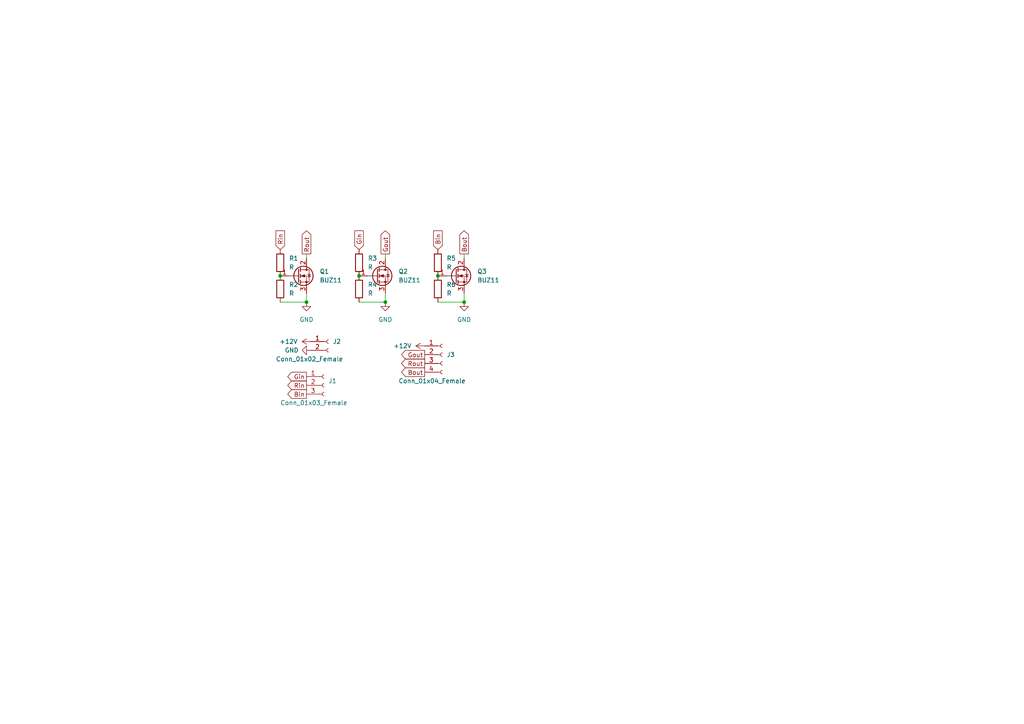
<source format=kicad_sch>
(kicad_sch (version 20211123) (generator eeschema)

  (uuid e63e39d7-6ac0-4ffd-8aa3-1841a4541b55)

  (paper "A4")

  (lib_symbols
    (symbol "Connector:Conn_01x02_Female" (pin_names (offset 1.016) hide) (in_bom yes) (on_board yes)
      (property "Reference" "J" (id 0) (at 0 2.54 0)
        (effects (font (size 1.27 1.27)))
      )
      (property "Value" "Conn_01x02_Female" (id 1) (at 0 -5.08 0)
        (effects (font (size 1.27 1.27)))
      )
      (property "Footprint" "" (id 2) (at 0 0 0)
        (effects (font (size 1.27 1.27)) hide)
      )
      (property "Datasheet" "~" (id 3) (at 0 0 0)
        (effects (font (size 1.27 1.27)) hide)
      )
      (property "ki_keywords" "connector" (id 4) (at 0 0 0)
        (effects (font (size 1.27 1.27)) hide)
      )
      (property "ki_description" "Generic connector, single row, 01x02, script generated (kicad-library-utils/schlib/autogen/connector/)" (id 5) (at 0 0 0)
        (effects (font (size 1.27 1.27)) hide)
      )
      (property "ki_fp_filters" "Connector*:*_1x??_*" (id 6) (at 0 0 0)
        (effects (font (size 1.27 1.27)) hide)
      )
      (symbol "Conn_01x02_Female_1_1"
        (arc (start 0 -2.032) (mid -0.508 -2.54) (end 0 -3.048)
          (stroke (width 0.1524) (type default) (color 0 0 0 0))
          (fill (type none))
        )
        (polyline
          (pts
            (xy -1.27 -2.54)
            (xy -0.508 -2.54)
          )
          (stroke (width 0.1524) (type default) (color 0 0 0 0))
          (fill (type none))
        )
        (polyline
          (pts
            (xy -1.27 0)
            (xy -0.508 0)
          )
          (stroke (width 0.1524) (type default) (color 0 0 0 0))
          (fill (type none))
        )
        (arc (start 0 0.508) (mid -0.508 0) (end 0 -0.508)
          (stroke (width 0.1524) (type default) (color 0 0 0 0))
          (fill (type none))
        )
        (pin passive line (at -5.08 0 0) (length 3.81)
          (name "Pin_1" (effects (font (size 1.27 1.27))))
          (number "1" (effects (font (size 1.27 1.27))))
        )
        (pin passive line (at -5.08 -2.54 0) (length 3.81)
          (name "Pin_2" (effects (font (size 1.27 1.27))))
          (number "2" (effects (font (size 1.27 1.27))))
        )
      )
    )
    (symbol "Connector:Conn_01x03_Female" (pin_names (offset 1.016) hide) (in_bom yes) (on_board yes)
      (property "Reference" "J" (id 0) (at 0 5.08 0)
        (effects (font (size 1.27 1.27)))
      )
      (property "Value" "Conn_01x03_Female" (id 1) (at 0 -5.08 0)
        (effects (font (size 1.27 1.27)))
      )
      (property "Footprint" "" (id 2) (at 0 0 0)
        (effects (font (size 1.27 1.27)) hide)
      )
      (property "Datasheet" "~" (id 3) (at 0 0 0)
        (effects (font (size 1.27 1.27)) hide)
      )
      (property "ki_keywords" "connector" (id 4) (at 0 0 0)
        (effects (font (size 1.27 1.27)) hide)
      )
      (property "ki_description" "Generic connector, single row, 01x03, script generated (kicad-library-utils/schlib/autogen/connector/)" (id 5) (at 0 0 0)
        (effects (font (size 1.27 1.27)) hide)
      )
      (property "ki_fp_filters" "Connector*:*_1x??_*" (id 6) (at 0 0 0)
        (effects (font (size 1.27 1.27)) hide)
      )
      (symbol "Conn_01x03_Female_1_1"
        (arc (start 0 -2.032) (mid -0.508 -2.54) (end 0 -3.048)
          (stroke (width 0.1524) (type default) (color 0 0 0 0))
          (fill (type none))
        )
        (polyline
          (pts
            (xy -1.27 -2.54)
            (xy -0.508 -2.54)
          )
          (stroke (width 0.1524) (type default) (color 0 0 0 0))
          (fill (type none))
        )
        (polyline
          (pts
            (xy -1.27 0)
            (xy -0.508 0)
          )
          (stroke (width 0.1524) (type default) (color 0 0 0 0))
          (fill (type none))
        )
        (polyline
          (pts
            (xy -1.27 2.54)
            (xy -0.508 2.54)
          )
          (stroke (width 0.1524) (type default) (color 0 0 0 0))
          (fill (type none))
        )
        (arc (start 0 0.508) (mid -0.508 0) (end 0 -0.508)
          (stroke (width 0.1524) (type default) (color 0 0 0 0))
          (fill (type none))
        )
        (arc (start 0 3.048) (mid -0.508 2.54) (end 0 2.032)
          (stroke (width 0.1524) (type default) (color 0 0 0 0))
          (fill (type none))
        )
        (pin passive line (at -5.08 2.54 0) (length 3.81)
          (name "Pin_1" (effects (font (size 1.27 1.27))))
          (number "1" (effects (font (size 1.27 1.27))))
        )
        (pin passive line (at -5.08 0 0) (length 3.81)
          (name "Pin_2" (effects (font (size 1.27 1.27))))
          (number "2" (effects (font (size 1.27 1.27))))
        )
        (pin passive line (at -5.08 -2.54 0) (length 3.81)
          (name "Pin_3" (effects (font (size 1.27 1.27))))
          (number "3" (effects (font (size 1.27 1.27))))
        )
      )
    )
    (symbol "Connector:Conn_01x04_Female" (pin_names (offset 1.016) hide) (in_bom yes) (on_board yes)
      (property "Reference" "J" (id 0) (at 0 5.08 0)
        (effects (font (size 1.27 1.27)))
      )
      (property "Value" "Conn_01x04_Female" (id 1) (at 0 -7.62 0)
        (effects (font (size 1.27 1.27)))
      )
      (property "Footprint" "" (id 2) (at 0 0 0)
        (effects (font (size 1.27 1.27)) hide)
      )
      (property "Datasheet" "~" (id 3) (at 0 0 0)
        (effects (font (size 1.27 1.27)) hide)
      )
      (property "ki_keywords" "connector" (id 4) (at 0 0 0)
        (effects (font (size 1.27 1.27)) hide)
      )
      (property "ki_description" "Generic connector, single row, 01x04, script generated (kicad-library-utils/schlib/autogen/connector/)" (id 5) (at 0 0 0)
        (effects (font (size 1.27 1.27)) hide)
      )
      (property "ki_fp_filters" "Connector*:*_1x??_*" (id 6) (at 0 0 0)
        (effects (font (size 1.27 1.27)) hide)
      )
      (symbol "Conn_01x04_Female_1_1"
        (arc (start 0 -4.572) (mid -0.508 -5.08) (end 0 -5.588)
          (stroke (width 0.1524) (type default) (color 0 0 0 0))
          (fill (type none))
        )
        (arc (start 0 -2.032) (mid -0.508 -2.54) (end 0 -3.048)
          (stroke (width 0.1524) (type default) (color 0 0 0 0))
          (fill (type none))
        )
        (polyline
          (pts
            (xy -1.27 -5.08)
            (xy -0.508 -5.08)
          )
          (stroke (width 0.1524) (type default) (color 0 0 0 0))
          (fill (type none))
        )
        (polyline
          (pts
            (xy -1.27 -2.54)
            (xy -0.508 -2.54)
          )
          (stroke (width 0.1524) (type default) (color 0 0 0 0))
          (fill (type none))
        )
        (polyline
          (pts
            (xy -1.27 0)
            (xy -0.508 0)
          )
          (stroke (width 0.1524) (type default) (color 0 0 0 0))
          (fill (type none))
        )
        (polyline
          (pts
            (xy -1.27 2.54)
            (xy -0.508 2.54)
          )
          (stroke (width 0.1524) (type default) (color 0 0 0 0))
          (fill (type none))
        )
        (arc (start 0 0.508) (mid -0.508 0) (end 0 -0.508)
          (stroke (width 0.1524) (type default) (color 0 0 0 0))
          (fill (type none))
        )
        (arc (start 0 3.048) (mid -0.508 2.54) (end 0 2.032)
          (stroke (width 0.1524) (type default) (color 0 0 0 0))
          (fill (type none))
        )
        (pin passive line (at -5.08 2.54 0) (length 3.81)
          (name "Pin_1" (effects (font (size 1.27 1.27))))
          (number "1" (effects (font (size 1.27 1.27))))
        )
        (pin passive line (at -5.08 0 0) (length 3.81)
          (name "Pin_2" (effects (font (size 1.27 1.27))))
          (number "2" (effects (font (size 1.27 1.27))))
        )
        (pin passive line (at -5.08 -2.54 0) (length 3.81)
          (name "Pin_3" (effects (font (size 1.27 1.27))))
          (number "3" (effects (font (size 1.27 1.27))))
        )
        (pin passive line (at -5.08 -5.08 0) (length 3.81)
          (name "Pin_4" (effects (font (size 1.27 1.27))))
          (number "4" (effects (font (size 1.27 1.27))))
        )
      )
    )
    (symbol "Device:R" (pin_numbers hide) (pin_names (offset 0)) (in_bom yes) (on_board yes)
      (property "Reference" "R" (id 0) (at 2.032 0 90)
        (effects (font (size 1.27 1.27)))
      )
      (property "Value" "R" (id 1) (at 0 0 90)
        (effects (font (size 1.27 1.27)))
      )
      (property "Footprint" "" (id 2) (at -1.778 0 90)
        (effects (font (size 1.27 1.27)) hide)
      )
      (property "Datasheet" "~" (id 3) (at 0 0 0)
        (effects (font (size 1.27 1.27)) hide)
      )
      (property "ki_keywords" "R res resistor" (id 4) (at 0 0 0)
        (effects (font (size 1.27 1.27)) hide)
      )
      (property "ki_description" "Resistor" (id 5) (at 0 0 0)
        (effects (font (size 1.27 1.27)) hide)
      )
      (property "ki_fp_filters" "R_*" (id 6) (at 0 0 0)
        (effects (font (size 1.27 1.27)) hide)
      )
      (symbol "R_0_1"
        (rectangle (start -1.016 -2.54) (end 1.016 2.54)
          (stroke (width 0.254) (type default) (color 0 0 0 0))
          (fill (type none))
        )
      )
      (symbol "R_1_1"
        (pin passive line (at 0 3.81 270) (length 1.27)
          (name "~" (effects (font (size 1.27 1.27))))
          (number "1" (effects (font (size 1.27 1.27))))
        )
        (pin passive line (at 0 -3.81 90) (length 1.27)
          (name "~" (effects (font (size 1.27 1.27))))
          (number "2" (effects (font (size 1.27 1.27))))
        )
      )
    )
    (symbol "Transistor_FET:BUZ11" (pin_names hide) (in_bom yes) (on_board yes)
      (property "Reference" "Q" (id 0) (at 6.35 1.905 0)
        (effects (font (size 1.27 1.27)) (justify left))
      )
      (property "Value" "BUZ11" (id 1) (at 6.35 0 0)
        (effects (font (size 1.27 1.27)) (justify left))
      )
      (property "Footprint" "Package_TO_SOT_THT:TO-220-3_Vertical" (id 2) (at 6.35 -1.905 0)
        (effects (font (size 1.27 1.27) italic) (justify left) hide)
      )
      (property "Datasheet" "https://media.digikey.com/pdf/Data%20Sheets/Fairchild%20PDFs/BUZ11.pdf" (id 3) (at 0 0 0)
        (effects (font (size 1.27 1.27)) (justify left) hide)
      )
      (property "ki_keywords" "N-Channel Power MOSFET" (id 4) (at 0 0 0)
        (effects (font (size 1.27 1.27)) hide)
      )
      (property "ki_description" "30A Id, 50V Vds, N-Channel Power MOSFET, TO-220" (id 5) (at 0 0 0)
        (effects (font (size 1.27 1.27)) hide)
      )
      (property "ki_fp_filters" "TO?220*" (id 6) (at 0 0 0)
        (effects (font (size 1.27 1.27)) hide)
      )
      (symbol "BUZ11_0_1"
        (polyline
          (pts
            (xy 0.254 0)
            (xy -2.54 0)
          )
          (stroke (width 0) (type default) (color 0 0 0 0))
          (fill (type none))
        )
        (polyline
          (pts
            (xy 0.254 1.905)
            (xy 0.254 -1.905)
          )
          (stroke (width 0.254) (type default) (color 0 0 0 0))
          (fill (type none))
        )
        (polyline
          (pts
            (xy 0.762 -1.27)
            (xy 0.762 -2.286)
          )
          (stroke (width 0.254) (type default) (color 0 0 0 0))
          (fill (type none))
        )
        (polyline
          (pts
            (xy 0.762 0.508)
            (xy 0.762 -0.508)
          )
          (stroke (width 0.254) (type default) (color 0 0 0 0))
          (fill (type none))
        )
        (polyline
          (pts
            (xy 0.762 2.286)
            (xy 0.762 1.27)
          )
          (stroke (width 0.254) (type default) (color 0 0 0 0))
          (fill (type none))
        )
        (polyline
          (pts
            (xy 2.54 2.54)
            (xy 2.54 1.778)
          )
          (stroke (width 0) (type default) (color 0 0 0 0))
          (fill (type none))
        )
        (polyline
          (pts
            (xy 2.54 -2.54)
            (xy 2.54 0)
            (xy 0.762 0)
          )
          (stroke (width 0) (type default) (color 0 0 0 0))
          (fill (type none))
        )
        (polyline
          (pts
            (xy 0.762 -1.778)
            (xy 3.302 -1.778)
            (xy 3.302 1.778)
            (xy 0.762 1.778)
          )
          (stroke (width 0) (type default) (color 0 0 0 0))
          (fill (type none))
        )
        (polyline
          (pts
            (xy 1.016 0)
            (xy 2.032 0.381)
            (xy 2.032 -0.381)
            (xy 1.016 0)
          )
          (stroke (width 0) (type default) (color 0 0 0 0))
          (fill (type outline))
        )
        (polyline
          (pts
            (xy 2.794 0.508)
            (xy 2.921 0.381)
            (xy 3.683 0.381)
            (xy 3.81 0.254)
          )
          (stroke (width 0) (type default) (color 0 0 0 0))
          (fill (type none))
        )
        (polyline
          (pts
            (xy 3.302 0.381)
            (xy 2.921 -0.254)
            (xy 3.683 -0.254)
            (xy 3.302 0.381)
          )
          (stroke (width 0) (type default) (color 0 0 0 0))
          (fill (type none))
        )
        (circle (center 1.651 0) (radius 2.794)
          (stroke (width 0.254) (type default) (color 0 0 0 0))
          (fill (type none))
        )
        (circle (center 2.54 -1.778) (radius 0.254)
          (stroke (width 0) (type default) (color 0 0 0 0))
          (fill (type outline))
        )
        (circle (center 2.54 1.778) (radius 0.254)
          (stroke (width 0) (type default) (color 0 0 0 0))
          (fill (type outline))
        )
      )
      (symbol "BUZ11_1_1"
        (pin input line (at -5.08 0 0) (length 2.54)
          (name "G" (effects (font (size 1.27 1.27))))
          (number "1" (effects (font (size 1.27 1.27))))
        )
        (pin passive line (at 2.54 5.08 270) (length 2.54)
          (name "D" (effects (font (size 1.27 1.27))))
          (number "2" (effects (font (size 1.27 1.27))))
        )
        (pin passive line (at 2.54 -5.08 90) (length 2.54)
          (name "S" (effects (font (size 1.27 1.27))))
          (number "3" (effects (font (size 1.27 1.27))))
        )
      )
    )
    (symbol "power:+12V" (power) (pin_names (offset 0)) (in_bom yes) (on_board yes)
      (property "Reference" "#PWR" (id 0) (at 0 -3.81 0)
        (effects (font (size 1.27 1.27)) hide)
      )
      (property "Value" "+12V" (id 1) (at 0 3.556 0)
        (effects (font (size 1.27 1.27)))
      )
      (property "Footprint" "" (id 2) (at 0 0 0)
        (effects (font (size 1.27 1.27)) hide)
      )
      (property "Datasheet" "" (id 3) (at 0 0 0)
        (effects (font (size 1.27 1.27)) hide)
      )
      (property "ki_keywords" "power-flag" (id 4) (at 0 0 0)
        (effects (font (size 1.27 1.27)) hide)
      )
      (property "ki_description" "Power symbol creates a global label with name \"+12V\"" (id 5) (at 0 0 0)
        (effects (font (size 1.27 1.27)) hide)
      )
      (symbol "+12V_0_1"
        (polyline
          (pts
            (xy -0.762 1.27)
            (xy 0 2.54)
          )
          (stroke (width 0) (type default) (color 0 0 0 0))
          (fill (type none))
        )
        (polyline
          (pts
            (xy 0 0)
            (xy 0 2.54)
          )
          (stroke (width 0) (type default) (color 0 0 0 0))
          (fill (type none))
        )
        (polyline
          (pts
            (xy 0 2.54)
            (xy 0.762 1.27)
          )
          (stroke (width 0) (type default) (color 0 0 0 0))
          (fill (type none))
        )
      )
      (symbol "+12V_1_1"
        (pin power_in line (at 0 0 90) (length 0) hide
          (name "+12V" (effects (font (size 1.27 1.27))))
          (number "1" (effects (font (size 1.27 1.27))))
        )
      )
    )
    (symbol "power:GND" (power) (pin_names (offset 0)) (in_bom yes) (on_board yes)
      (property "Reference" "#PWR" (id 0) (at 0 -6.35 0)
        (effects (font (size 1.27 1.27)) hide)
      )
      (property "Value" "GND" (id 1) (at 0 -3.81 0)
        (effects (font (size 1.27 1.27)))
      )
      (property "Footprint" "" (id 2) (at 0 0 0)
        (effects (font (size 1.27 1.27)) hide)
      )
      (property "Datasheet" "" (id 3) (at 0 0 0)
        (effects (font (size 1.27 1.27)) hide)
      )
      (property "ki_keywords" "power-flag" (id 4) (at 0 0 0)
        (effects (font (size 1.27 1.27)) hide)
      )
      (property "ki_description" "Power symbol creates a global label with name \"GND\" , ground" (id 5) (at 0 0 0)
        (effects (font (size 1.27 1.27)) hide)
      )
      (symbol "GND_0_1"
        (polyline
          (pts
            (xy 0 0)
            (xy 0 -1.27)
            (xy 1.27 -1.27)
            (xy 0 -2.54)
            (xy -1.27 -1.27)
            (xy 0 -1.27)
          )
          (stroke (width 0) (type default) (color 0 0 0 0))
          (fill (type none))
        )
      )
      (symbol "GND_1_1"
        (pin power_in line (at 0 0 270) (length 0) hide
          (name "GND" (effects (font (size 1.27 1.27))))
          (number "1" (effects (font (size 1.27 1.27))))
        )
      )
    )
  )


  (junction (at 88.9 87.63) (diameter 0) (color 0 0 0 0)
    (uuid 0461e4c0-bd9e-4764-88f9-855af7b71c56)
  )
  (junction (at 127 80.01) (diameter 0) (color 0 0 0 0)
    (uuid 2164a504-0a78-4830-9495-d22747cceecd)
  )
  (junction (at 134.62 87.63) (diameter 0) (color 0 0 0 0)
    (uuid 24bd586a-829a-40ac-b56a-11246cefbefb)
  )
  (junction (at 104.14 80.01) (diameter 0) (color 0 0 0 0)
    (uuid 37988345-b77e-4b0f-a8e4-d2c6c089eb48)
  )
  (junction (at 81.28 80.01) (diameter 0) (color 0 0 0 0)
    (uuid 60d26db4-b138-46b0-b681-4276ebd1d4cf)
  )
  (junction (at 111.76 87.63) (diameter 0) (color 0 0 0 0)
    (uuid 9bd5f81f-c490-45d8-a723-aec44afe60f3)
  )

  (wire (pts (xy 134.62 85.09) (xy 134.62 87.63))
    (stroke (width 0) (type default) (color 0 0 0 0))
    (uuid 01ebbe10-e6c6-4a31-9859-1172e54c7325)
  )
  (wire (pts (xy 88.9 85.09) (xy 88.9 87.63))
    (stroke (width 0) (type default) (color 0 0 0 0))
    (uuid 2bfd0b58-86e5-4f6e-9ee2-57cf0fdc87a5)
  )
  (wire (pts (xy 88.9 73.66) (xy 88.9 74.93))
    (stroke (width 0) (type default) (color 0 0 0 0))
    (uuid 2c7fbdbf-c3ea-4503-b987-581e8c491fc9)
  )
  (wire (pts (xy 134.62 73.66) (xy 134.62 74.93))
    (stroke (width 0) (type default) (color 0 0 0 0))
    (uuid 367a67f4-bf56-496f-94a4-6dcc8461de28)
  )
  (wire (pts (xy 111.76 85.09) (xy 111.76 87.63))
    (stroke (width 0) (type default) (color 0 0 0 0))
    (uuid 5717eda8-3bb7-48df-b5ac-18c446adb27e)
  )
  (wire (pts (xy 104.14 87.63) (xy 111.76 87.63))
    (stroke (width 0) (type default) (color 0 0 0 0))
    (uuid 6868bdbd-f2b2-497e-a2c0-7176947f5b8a)
  )
  (wire (pts (xy 111.76 73.66) (xy 111.76 74.93))
    (stroke (width 0) (type default) (color 0 0 0 0))
    (uuid bcc6e8fc-7186-4e7e-95eb-fbee26d7e563)
  )
  (wire (pts (xy 127 87.63) (xy 134.62 87.63))
    (stroke (width 0) (type default) (color 0 0 0 0))
    (uuid c703dcf5-f805-4efd-8144-bd4e79b2e38e)
  )
  (wire (pts (xy 81.28 87.63) (xy 88.9 87.63))
    (stroke (width 0) (type default) (color 0 0 0 0))
    (uuid ecae09b9-3f5b-4de9-b4ca-13626ad4de37)
  )

  (global_label "Bin" (shape input) (at 127 72.39 90) (fields_autoplaced)
    (effects (font (size 1.27 1.27)) (justify left))
    (uuid 144ba131-3c54-4037-8848-1c342632c417)
    (property "Intersheet References" "${INTERSHEET_REFS}" (id 0) (at 126.9206 66.9531 90)
      (effects (font (size 1.27 1.27)) (justify left) hide)
    )
  )
  (global_label "Gout" (shape output) (at 123.19 102.87 180) (fields_autoplaced)
    (effects (font (size 1.27 1.27)) (justify right))
    (uuid 1c2bfeab-5c40-4738-bf17-43b1e045bdd9)
    (property "Intersheet References" "${INTERSHEET_REFS}" (id 0) (at 116.4831 102.9494 0)
      (effects (font (size 1.27 1.27)) (justify right) hide)
    )
  )
  (global_label "Gin" (shape output) (at 88.9 109.22 180) (fields_autoplaced)
    (effects (font (size 1.27 1.27)) (justify right))
    (uuid 30cbb229-0971-4d37-ad38-378f4acb03dd)
    (property "Intersheet References" "${INTERSHEET_REFS}" (id 0) (at 83.4631 109.1406 0)
      (effects (font (size 1.27 1.27)) (justify right) hide)
    )
  )
  (global_label "Bout" (shape output) (at 134.62 73.66 90) (fields_autoplaced)
    (effects (font (size 1.27 1.27)) (justify left))
    (uuid 3c95975d-30a9-4f60-be86-55e8be2baa75)
    (property "Intersheet References" "${INTERSHEET_REFS}" (id 0) (at 134.5406 66.9531 90)
      (effects (font (size 1.27 1.27)) (justify left) hide)
    )
  )
  (global_label "Rout" (shape output) (at 123.19 105.41 180) (fields_autoplaced)
    (effects (font (size 1.27 1.27)) (justify right))
    (uuid 4127a9eb-a58d-42c6-a566-4bdc12dde51c)
    (property "Intersheet References" "${INTERSHEET_REFS}" (id 0) (at 116.4831 105.4894 0)
      (effects (font (size 1.27 1.27)) (justify right) hide)
    )
  )
  (global_label "Gin" (shape input) (at 104.14 72.39 90) (fields_autoplaced)
    (effects (font (size 1.27 1.27)) (justify left))
    (uuid 58999911-e734-4e95-97a6-15ab3caf021c)
    (property "Intersheet References" "${INTERSHEET_REFS}" (id 0) (at 104.0606 66.9531 90)
      (effects (font (size 1.27 1.27)) (justify left) hide)
    )
  )
  (global_label "Bin" (shape output) (at 88.9 114.3 180) (fields_autoplaced)
    (effects (font (size 1.27 1.27)) (justify right))
    (uuid 664ce347-7b57-4335-8e7b-72feb160178f)
    (property "Intersheet References" "${INTERSHEET_REFS}" (id 0) (at 83.4631 114.2206 0)
      (effects (font (size 1.27 1.27)) (justify right) hide)
    )
  )
  (global_label "Rin" (shape input) (at 81.28 72.39 90) (fields_autoplaced)
    (effects (font (size 1.27 1.27)) (justify left))
    (uuid a5c8611d-96af-4758-9681-1dc52d00b35f)
    (property "Intersheet References" "${INTERSHEET_REFS}" (id 0) (at 81.3594 66.9531 90)
      (effects (font (size 1.27 1.27)) (justify left) hide)
    )
  )
  (global_label "Bout" (shape output) (at 123.19 107.95 180) (fields_autoplaced)
    (effects (font (size 1.27 1.27)) (justify right))
    (uuid b8f887c7-4829-48e7-a4c5-c0d2057ca85e)
    (property "Intersheet References" "${INTERSHEET_REFS}" (id 0) (at 116.4831 108.0294 0)
      (effects (font (size 1.27 1.27)) (justify right) hide)
    )
  )
  (global_label "Rout" (shape output) (at 88.9 73.66 90) (fields_autoplaced)
    (effects (font (size 1.27 1.27)) (justify left))
    (uuid e36430b4-af75-4d20-bdf1-46d042913458)
    (property "Intersheet References" "${INTERSHEET_REFS}" (id 0) (at 88.8206 66.9531 90)
      (effects (font (size 1.27 1.27)) (justify left) hide)
    )
  )
  (global_label "Rin" (shape output) (at 88.9 111.76 180) (fields_autoplaced)
    (effects (font (size 1.27 1.27)) (justify right))
    (uuid f07d0ccf-31d7-45b6-9241-6513028d66c7)
    (property "Intersheet References" "${INTERSHEET_REFS}" (id 0) (at 83.4631 111.6806 0)
      (effects (font (size 1.27 1.27)) (justify right) hide)
    )
  )
  (global_label "Gout" (shape output) (at 111.76 73.66 90) (fields_autoplaced)
    (effects (font (size 1.27 1.27)) (justify left))
    (uuid fc374fdc-3f2d-4746-8074-e289be5a5792)
    (property "Intersheet References" "${INTERSHEET_REFS}" (id 0) (at 111.6806 66.9531 90)
      (effects (font (size 1.27 1.27)) (justify left) hide)
    )
  )

  (symbol (lib_id "power:+12V") (at 90.17 99.06 90) (unit 1)
    (in_bom yes) (on_board yes) (fields_autoplaced)
    (uuid 10fda391-8c45-4bb5-a08c-06be51f40127)
    (property "Reference" "#PWR02" (id 0) (at 93.98 99.06 0)
      (effects (font (size 1.27 1.27)) hide)
    )
    (property "Value" "" (id 1) (at 86.36 99.0599 90)
      (effects (font (size 1.27 1.27)) (justify left))
    )
    (property "Footprint" "" (id 2) (at 90.17 99.06 0)
      (effects (font (size 1.27 1.27)) hide)
    )
    (property "Datasheet" "" (id 3) (at 90.17 99.06 0)
      (effects (font (size 1.27 1.27)) hide)
    )
    (pin "1" (uuid ab362ac7-6caf-4a9b-882a-2ed008790108))
  )

  (symbol (lib_id "Transistor_FET:BUZ11") (at 86.36 80.01 0) (unit 1)
    (in_bom yes) (on_board yes) (fields_autoplaced)
    (uuid 1533b475-c834-40d3-ae2c-55eb46ae810f)
    (property "Reference" "Q1" (id 0) (at 92.71 78.7399 0)
      (effects (font (size 1.27 1.27)) (justify left))
    )
    (property "Value" "" (id 1) (at 92.71 81.2799 0)
      (effects (font (size 1.27 1.27)) (justify left))
    )
    (property "Footprint" "" (id 2) (at 92.71 81.915 0)
      (effects (font (size 1.27 1.27) italic) (justify left) hide)
    )
    (property "Datasheet" "https://media.digikey.com/pdf/Data%20Sheets/Fairchild%20PDFs/BUZ11.pdf" (id 3) (at 86.36 80.01 0)
      (effects (font (size 1.27 1.27)) (justify left) hide)
    )
    (pin "1" (uuid 40415c49-a61c-4fd6-a3e4-d55a8f8b8c4e))
    (pin "2" (uuid bead2789-cf29-4cdd-ad3a-a7fd6922e223))
    (pin "3" (uuid d5ad3607-7629-4f44-bfe3-a3b510cd5b14))
  )

  (symbol (lib_id "Device:R") (at 104.14 83.82 0) (unit 1)
    (in_bom yes) (on_board yes) (fields_autoplaced)
    (uuid 2784607a-1e4f-42e4-a23f-38795f8d0995)
    (property "Reference" "R4" (id 0) (at 106.68 82.5499 0)
      (effects (font (size 1.27 1.27)) (justify left))
    )
    (property "Value" "R" (id 1) (at 106.68 85.0899 0)
      (effects (font (size 1.27 1.27)) (justify left))
    )
    (property "Footprint" "" (id 2) (at 102.362 83.82 90)
      (effects (font (size 1.27 1.27)) hide)
    )
    (property "Datasheet" "~" (id 3) (at 104.14 83.82 0)
      (effects (font (size 1.27 1.27)) hide)
    )
    (pin "1" (uuid 209147cd-5107-4e05-a842-782aab18be28))
    (pin "2" (uuid 4f801409-dba8-4508-9729-9cb674045689))
  )

  (symbol (lib_id "Device:R") (at 127 83.82 0) (unit 1)
    (in_bom yes) (on_board yes) (fields_autoplaced)
    (uuid 2f4d43f0-2c6f-40e4-b01b-d9f5f61213cf)
    (property "Reference" "R6" (id 0) (at 129.54 82.5499 0)
      (effects (font (size 1.27 1.27)) (justify left))
    )
    (property "Value" "R" (id 1) (at 129.54 85.0899 0)
      (effects (font (size 1.27 1.27)) (justify left))
    )
    (property "Footprint" "" (id 2) (at 125.222 83.82 90)
      (effects (font (size 1.27 1.27)) hide)
    )
    (property "Datasheet" "~" (id 3) (at 127 83.82 0)
      (effects (font (size 1.27 1.27)) hide)
    )
    (pin "1" (uuid ea815632-2522-456c-9c06-1698b52e8f45))
    (pin "2" (uuid b16aaa51-ca86-46ba-b7b5-701f80930117))
  )

  (symbol (lib_id "power:GND") (at 111.76 87.63 0) (unit 1)
    (in_bom yes) (on_board yes) (fields_autoplaced)
    (uuid 5405a0b8-bf85-470a-9bc8-2b31fae7bed7)
    (property "Reference" "#PWR04" (id 0) (at 111.76 93.98 0)
      (effects (font (size 1.27 1.27)) hide)
    )
    (property "Value" "GND" (id 1) (at 111.76 92.71 0))
    (property "Footprint" "" (id 2) (at 111.76 87.63 0)
      (effects (font (size 1.27 1.27)) hide)
    )
    (property "Datasheet" "" (id 3) (at 111.76 87.63 0)
      (effects (font (size 1.27 1.27)) hide)
    )
    (pin "1" (uuid 6d95fe78-2a5a-465e-9c8d-b4c0c658f658))
  )

  (symbol (lib_id "power:GND") (at 90.17 101.6 270) (unit 1)
    (in_bom yes) (on_board yes)
    (uuid 6540fafa-5bbd-44a3-9c3f-5503c0b3ae31)
    (property "Reference" "#PWR03" (id 0) (at 83.82 101.6 0)
      (effects (font (size 1.27 1.27)) hide)
    )
    (property "Value" "GND" (id 1) (at 82.55 101.6 90)
      (effects (font (size 1.27 1.27)) (justify left))
    )
    (property "Footprint" "" (id 2) (at 90.17 101.6 0)
      (effects (font (size 1.27 1.27)) hide)
    )
    (property "Datasheet" "" (id 3) (at 90.17 101.6 0)
      (effects (font (size 1.27 1.27)) hide)
    )
    (pin "1" (uuid 57bf2bc0-6679-4a62-a5bb-78d43023496e))
  )

  (symbol (lib_id "Transistor_FET:BUZ11") (at 109.22 80.01 0) (unit 1)
    (in_bom yes) (on_board yes) (fields_autoplaced)
    (uuid 74dda292-1a6a-412c-b97a-464d8ab818cf)
    (property "Reference" "Q2" (id 0) (at 115.57 78.7399 0)
      (effects (font (size 1.27 1.27)) (justify left))
    )
    (property "Value" "BUZ11" (id 1) (at 115.57 81.2799 0)
      (effects (font (size 1.27 1.27)) (justify left))
    )
    (property "Footprint" "Package_TO_SOT_THT:TO-220-3_Vertical" (id 2) (at 115.57 81.915 0)
      (effects (font (size 1.27 1.27) italic) (justify left) hide)
    )
    (property "Datasheet" "https://media.digikey.com/pdf/Data%20Sheets/Fairchild%20PDFs/BUZ11.pdf" (id 3) (at 109.22 80.01 0)
      (effects (font (size 1.27 1.27)) (justify left) hide)
    )
    (pin "1" (uuid 0577c14e-2a48-4266-b611-ad9a9e537b1a))
    (pin "2" (uuid cffd2d42-a077-464e-9967-265c8558fb74))
    (pin "3" (uuid 2f6bfd14-202e-48fb-9e7b-fb135a62743a))
  )

  (symbol (lib_id "Transistor_FET:BUZ11") (at 132.08 80.01 0) (unit 1)
    (in_bom yes) (on_board yes) (fields_autoplaced)
    (uuid 7e1ce275-b722-4915-98ee-90aaed1e90bb)
    (property "Reference" "Q3" (id 0) (at 138.43 78.7399 0)
      (effects (font (size 1.27 1.27)) (justify left))
    )
    (property "Value" "BUZ11" (id 1) (at 138.43 81.2799 0)
      (effects (font (size 1.27 1.27)) (justify left))
    )
    (property "Footprint" "Package_TO_SOT_THT:TO-220-3_Vertical" (id 2) (at 138.43 81.915 0)
      (effects (font (size 1.27 1.27) italic) (justify left) hide)
    )
    (property "Datasheet" "https://media.digikey.com/pdf/Data%20Sheets/Fairchild%20PDFs/BUZ11.pdf" (id 3) (at 132.08 80.01 0)
      (effects (font (size 1.27 1.27)) (justify left) hide)
    )
    (pin "1" (uuid 1ba0590e-ba3c-4005-974a-30d5fd97aa43))
    (pin "2" (uuid 4cbbe3f1-88b5-4cc6-82cb-6fb8d843e93e))
    (pin "3" (uuid 68ec90ee-2731-4433-9cf6-e89427323663))
  )

  (symbol (lib_id "power:+12V") (at 123.19 100.33 90) (unit 1)
    (in_bom yes) (on_board yes) (fields_autoplaced)
    (uuid 8a9104f8-cf88-4a3a-8f24-8fa91cc7411e)
    (property "Reference" "#PWR05" (id 0) (at 127 100.33 0)
      (effects (font (size 1.27 1.27)) hide)
    )
    (property "Value" "+12V" (id 1) (at 119.38 100.3299 90)
      (effects (font (size 1.27 1.27)) (justify left))
    )
    (property "Footprint" "" (id 2) (at 123.19 100.33 0)
      (effects (font (size 1.27 1.27)) hide)
    )
    (property "Datasheet" "" (id 3) (at 123.19 100.33 0)
      (effects (font (size 1.27 1.27)) hide)
    )
    (pin "1" (uuid 039f8369-bf47-4827-b2b2-2a22e10e7933))
  )

  (symbol (lib_id "Connector:Conn_01x03_Female") (at 93.98 111.76 0) (unit 1)
    (in_bom yes) (on_board yes)
    (uuid 962f09d4-c680-47ff-99c4-ffd075c17f53)
    (property "Reference" "J1" (id 0) (at 95.25 110.4899 0)
      (effects (font (size 1.27 1.27)) (justify left))
    )
    (property "Value" "" (id 1) (at 81.28 116.84 0)
      (effects (font (size 1.27 1.27)) (justify left))
    )
    (property "Footprint" "" (id 2) (at 93.98 111.76 0)
      (effects (font (size 1.27 1.27)) hide)
    )
    (property "Datasheet" "~" (id 3) (at 93.98 111.76 0)
      (effects (font (size 1.27 1.27)) hide)
    )
    (pin "1" (uuid f18ec6ea-fd9d-45b7-902b-4e5ba4291579))
    (pin "2" (uuid 73239949-0d7b-4b50-b21b-9d7851fcac78))
    (pin "3" (uuid 2ac775df-6427-4d87-a8d3-ee99a661cd10))
  )

  (symbol (lib_id "Connector:Conn_01x04_Female") (at 128.27 102.87 0) (unit 1)
    (in_bom yes) (on_board yes)
    (uuid 9d3a5b9b-493f-4a4c-b8dd-a52776ba992d)
    (property "Reference" "J3" (id 0) (at 129.54 102.8699 0)
      (effects (font (size 1.27 1.27)) (justify left))
    )
    (property "Value" "" (id 1) (at 115.57 110.49 0)
      (effects (font (size 1.27 1.27)) (justify left))
    )
    (property "Footprint" "" (id 2) (at 128.27 102.87 0)
      (effects (font (size 1.27 1.27)) hide)
    )
    (property "Datasheet" "~" (id 3) (at 128.27 102.87 0)
      (effects (font (size 1.27 1.27)) hide)
    )
    (pin "1" (uuid 909c64f9-80b9-441e-86a0-2746ec78a2a6))
    (pin "2" (uuid e92c0a9c-1d9d-4305-b5e1-e87e9de00c08))
    (pin "3" (uuid a9b27a78-f8ff-428d-ac95-b7d07694cda6))
    (pin "4" (uuid b5c2e289-7f54-4807-a470-c6474881ca6e))
  )

  (symbol (lib_id "power:GND") (at 134.62 87.63 0) (unit 1)
    (in_bom yes) (on_board yes) (fields_autoplaced)
    (uuid a5dce8b3-7ab9-4461-ad21-4479497cfe92)
    (property "Reference" "#PWR06" (id 0) (at 134.62 93.98 0)
      (effects (font (size 1.27 1.27)) hide)
    )
    (property "Value" "GND" (id 1) (at 134.62 92.71 0))
    (property "Footprint" "" (id 2) (at 134.62 87.63 0)
      (effects (font (size 1.27 1.27)) hide)
    )
    (property "Datasheet" "" (id 3) (at 134.62 87.63 0)
      (effects (font (size 1.27 1.27)) hide)
    )
    (pin "1" (uuid d13700fa-0042-41b7-80bf-1ad40b704bab))
  )

  (symbol (lib_id "Device:R") (at 104.14 76.2 0) (unit 1)
    (in_bom yes) (on_board yes) (fields_autoplaced)
    (uuid a6a39e60-aaf5-4e03-8c4b-e8647b7da318)
    (property "Reference" "R3" (id 0) (at 106.68 74.9299 0)
      (effects (font (size 1.27 1.27)) (justify left))
    )
    (property "Value" "R" (id 1) (at 106.68 77.4699 0)
      (effects (font (size 1.27 1.27)) (justify left))
    )
    (property "Footprint" "" (id 2) (at 102.362 76.2 90)
      (effects (font (size 1.27 1.27)) hide)
    )
    (property "Datasheet" "~" (id 3) (at 104.14 76.2 0)
      (effects (font (size 1.27 1.27)) hide)
    )
    (pin "1" (uuid 294ca420-94c2-4c8a-96be-f353c56cf30f))
    (pin "2" (uuid 86ac00ca-5901-4be2-bb99-e0c7bc00a89e))
  )

  (symbol (lib_id "Device:R") (at 81.28 76.2 0) (unit 1)
    (in_bom yes) (on_board yes) (fields_autoplaced)
    (uuid a8fadb61-7c2f-4eab-a528-2c72e781874c)
    (property "Reference" "R1" (id 0) (at 83.82 74.9299 0)
      (effects (font (size 1.27 1.27)) (justify left))
    )
    (property "Value" "" (id 1) (at 83.82 77.4699 0)
      (effects (font (size 1.27 1.27)) (justify left))
    )
    (property "Footprint" "" (id 2) (at 79.502 76.2 90)
      (effects (font (size 1.27 1.27)) hide)
    )
    (property "Datasheet" "~" (id 3) (at 81.28 76.2 0)
      (effects (font (size 1.27 1.27)) hide)
    )
    (pin "1" (uuid 63d8f5c8-fe4c-4059-b793-e3029b0342e9))
    (pin "2" (uuid 7ff59b1f-438b-4522-93c4-c2a4317bb0c4))
  )

  (symbol (lib_id "Device:R") (at 127 76.2 0) (unit 1)
    (in_bom yes) (on_board yes) (fields_autoplaced)
    (uuid aa6df923-066d-49bc-b358-f7928819e079)
    (property "Reference" "R5" (id 0) (at 129.54 74.9299 0)
      (effects (font (size 1.27 1.27)) (justify left))
    )
    (property "Value" "R" (id 1) (at 129.54 77.4699 0)
      (effects (font (size 1.27 1.27)) (justify left))
    )
    (property "Footprint" "" (id 2) (at 125.222 76.2 90)
      (effects (font (size 1.27 1.27)) hide)
    )
    (property "Datasheet" "~" (id 3) (at 127 76.2 0)
      (effects (font (size 1.27 1.27)) hide)
    )
    (pin "1" (uuid 81b4fb76-0903-460e-8cd6-cb8a9f3cad30))
    (pin "2" (uuid 8f669bf3-e82b-44ff-b6c4-e2a90e1acb3e))
  )

  (symbol (lib_id "Device:R") (at 81.28 83.82 0) (unit 1)
    (in_bom yes) (on_board yes) (fields_autoplaced)
    (uuid bfe3fc90-fb5f-403b-a751-e191f1c0a662)
    (property "Reference" "R2" (id 0) (at 83.82 82.5499 0)
      (effects (font (size 1.27 1.27)) (justify left))
    )
    (property "Value" "R" (id 1) (at 83.82 85.0899 0)
      (effects (font (size 1.27 1.27)) (justify left))
    )
    (property "Footprint" "" (id 2) (at 79.502 83.82 90)
      (effects (font (size 1.27 1.27)) hide)
    )
    (property "Datasheet" "~" (id 3) (at 81.28 83.82 0)
      (effects (font (size 1.27 1.27)) hide)
    )
    (pin "1" (uuid 155021cd-e812-41e5-9f53-36d11b2e48a3))
    (pin "2" (uuid 7d328d81-b03a-46b4-9434-cb80d367ff66))
  )

  (symbol (lib_id "Connector:Conn_01x02_Female") (at 95.25 99.06 0) (unit 1)
    (in_bom yes) (on_board yes)
    (uuid e65aed12-7984-4113-a392-3173244cd782)
    (property "Reference" "J2" (id 0) (at 96.52 99.0599 0)
      (effects (font (size 1.27 1.27)) (justify left))
    )
    (property "Value" "" (id 1) (at 80.01 104.14 0)
      (effects (font (size 1.27 1.27)) (justify left))
    )
    (property "Footprint" "" (id 2) (at 95.25 99.06 0)
      (effects (font (size 1.27 1.27)) hide)
    )
    (property "Datasheet" "~" (id 3) (at 95.25 99.06 0)
      (effects (font (size 1.27 1.27)) hide)
    )
    (pin "1" (uuid e1585ed3-d784-478f-88ac-b65702e91b6d))
    (pin "2" (uuid 1858649d-3564-4306-b3ba-62004bdfdb9c))
  )

  (symbol (lib_id "power:GND") (at 88.9 87.63 0) (unit 1)
    (in_bom yes) (on_board yes) (fields_autoplaced)
    (uuid ff3039b4-ed9b-4ae1-9ede-fd1c0d4d2dde)
    (property "Reference" "#PWR01" (id 0) (at 88.9 93.98 0)
      (effects (font (size 1.27 1.27)) hide)
    )
    (property "Value" "" (id 1) (at 88.9 92.71 0))
    (property "Footprint" "" (id 2) (at 88.9 87.63 0)
      (effects (font (size 1.27 1.27)) hide)
    )
    (property "Datasheet" "" (id 3) (at 88.9 87.63 0)
      (effects (font (size 1.27 1.27)) hide)
    )
    (pin "1" (uuid 3f6c0302-d110-4c6a-a472-6ea1fdae6721))
  )

  (sheet_instances
    (path "/" (page "1"))
  )

  (symbol_instances
    (path "/ff3039b4-ed9b-4ae1-9ede-fd1c0d4d2dde"
      (reference "#PWR01") (unit 1) (value "GND") (footprint "")
    )
    (path "/10fda391-8c45-4bb5-a08c-06be51f40127"
      (reference "#PWR02") (unit 1) (value "+12V") (footprint "")
    )
    (path "/6540fafa-5bbd-44a3-9c3f-5503c0b3ae31"
      (reference "#PWR03") (unit 1) (value "GND") (footprint "")
    )
    (path "/5405a0b8-bf85-470a-9bc8-2b31fae7bed7"
      (reference "#PWR04") (unit 1) (value "GND") (footprint "")
    )
    (path "/8a9104f8-cf88-4a3a-8f24-8fa91cc7411e"
      (reference "#PWR05") (unit 1) (value "+12V") (footprint "")
    )
    (path "/a5dce8b3-7ab9-4461-ad21-4479497cfe92"
      (reference "#PWR06") (unit 1) (value "GND") (footprint "")
    )
    (path "/962f09d4-c680-47ff-99c4-ffd075c17f53"
      (reference "J1") (unit 1) (value "Conn_01x03_Female") (footprint "Connector_PinSocket_2.54mm:PinSocket_1x03_P2.54mm_Vertical")
    )
    (path "/e65aed12-7984-4113-a392-3173244cd782"
      (reference "J2") (unit 1) (value "Conn_01x02_Female") (footprint "Connector_PinSocket_2.54mm:PinSocket_1x02_P2.54mm_Vertical")
    )
    (path "/9d3a5b9b-493f-4a4c-b8dd-a52776ba992d"
      (reference "J3") (unit 1) (value "Conn_01x04_Female") (footprint "Connector_PinSocket_2.54mm:PinSocket_1x04_P2.54mm_Vertical")
    )
    (path "/1533b475-c834-40d3-ae2c-55eb46ae810f"
      (reference "Q1") (unit 1) (value "BUZ11") (footprint "Package_TO_SOT_THT:TO-220-3_Vertical")
    )
    (path "/74dda292-1a6a-412c-b97a-464d8ab818cf"
      (reference "Q2") (unit 1) (value "BUZ11") (footprint "Package_TO_SOT_THT:TO-220-3_Vertical")
    )
    (path "/7e1ce275-b722-4915-98ee-90aaed1e90bb"
      (reference "Q3") (unit 1) (value "BUZ11") (footprint "Package_TO_SOT_THT:TO-220-3_Vertical")
    )
    (path "/a8fadb61-7c2f-4eab-a528-2c72e781874c"
      (reference "R1") (unit 1) (value "R") (footprint "Resistor_THT:R_Axial_DIN0207_L6.3mm_D2.5mm_P10.16mm_Horizontal")
    )
    (path "/bfe3fc90-fb5f-403b-a751-e191f1c0a662"
      (reference "R2") (unit 1) (value "R") (footprint "Resistor_THT:R_Axial_DIN0207_L6.3mm_D2.5mm_P10.16mm_Horizontal")
    )
    (path "/a6a39e60-aaf5-4e03-8c4b-e8647b7da318"
      (reference "R3") (unit 1) (value "R") (footprint "Resistor_THT:R_Axial_DIN0207_L6.3mm_D2.5mm_P10.16mm_Horizontal")
    )
    (path "/2784607a-1e4f-42e4-a23f-38795f8d0995"
      (reference "R4") (unit 1) (value "R") (footprint "Resistor_THT:R_Axial_DIN0207_L6.3mm_D2.5mm_P10.16mm_Horizontal")
    )
    (path "/aa6df923-066d-49bc-b358-f7928819e079"
      (reference "R5") (unit 1) (value "R") (footprint "Resistor_THT:R_Axial_DIN0207_L6.3mm_D2.5mm_P10.16mm_Horizontal")
    )
    (path "/2f4d43f0-2c6f-40e4-b01b-d9f5f61213cf"
      (reference "R6") (unit 1) (value "R") (footprint "Resistor_THT:R_Axial_DIN0207_L6.3mm_D2.5mm_P10.16mm_Horizontal")
    )
  )
)

</source>
